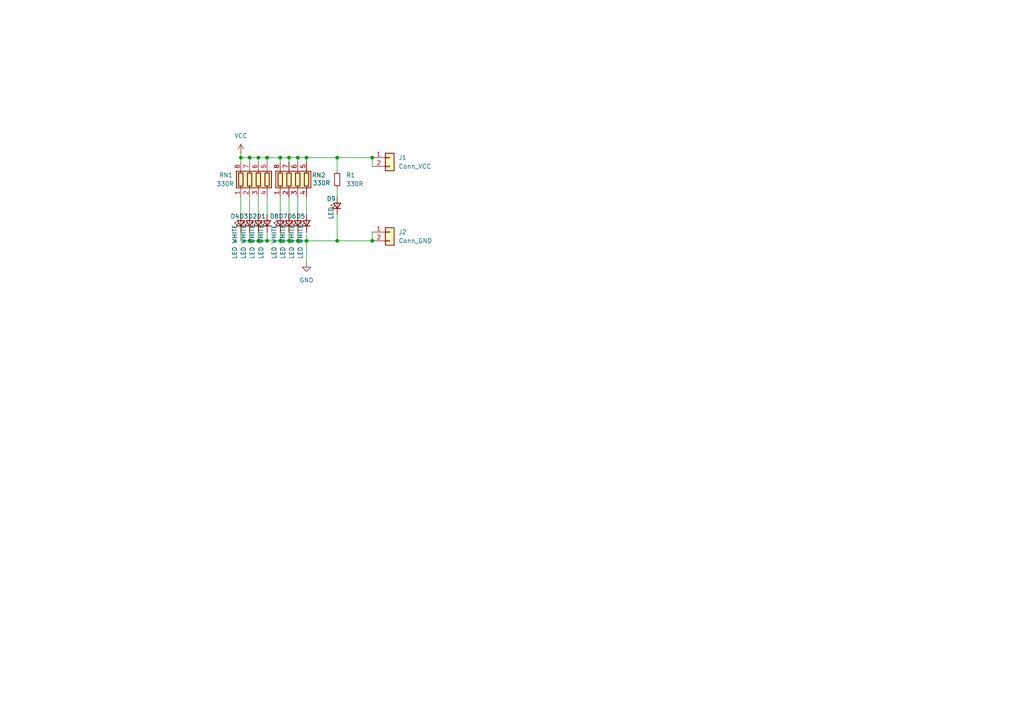
<source format=kicad_sch>
(kicad_sch
	(version 20231120)
	(generator "eeschema")
	(generator_version "8.0")
	(uuid "96c38ae5-1248-450e-9103-0e6bccb6bb87")
	(paper "A4")
	(lib_symbols
		(symbol "Connector_Generic:Conn_01x02"
			(pin_names
				(offset 1.016) hide)
			(exclude_from_sim no)
			(in_bom yes)
			(on_board yes)
			(property "Reference" "J"
				(at 0 2.54 0)
				(effects
					(font
						(size 1.27 1.27)
					)
				)
			)
			(property "Value" "Conn_01x02"
				(at 0 -5.08 0)
				(effects
					(font
						(size 1.27 1.27)
					)
				)
			)
			(property "Footprint" ""
				(at 0 0 0)
				(effects
					(font
						(size 1.27 1.27)
					)
					(hide yes)
				)
			)
			(property "Datasheet" "~"
				(at 0 0 0)
				(effects
					(font
						(size 1.27 1.27)
					)
					(hide yes)
				)
			)
			(property "Description" "Generic connector, single row, 01x02, script generated (kicad-library-utils/schlib/autogen/connector/)"
				(at 0 0 0)
				(effects
					(font
						(size 1.27 1.27)
					)
					(hide yes)
				)
			)
			(property "ki_keywords" "connector"
				(at 0 0 0)
				(effects
					(font
						(size 1.27 1.27)
					)
					(hide yes)
				)
			)
			(property "ki_fp_filters" "Connector*:*_1x??_*"
				(at 0 0 0)
				(effects
					(font
						(size 1.27 1.27)
					)
					(hide yes)
				)
			)
			(symbol "Conn_01x02_1_1"
				(rectangle
					(start -1.27 -2.413)
					(end 0 -2.667)
					(stroke
						(width 0.1524)
						(type default)
					)
					(fill
						(type none)
					)
				)
				(rectangle
					(start -1.27 0.127)
					(end 0 -0.127)
					(stroke
						(width 0.1524)
						(type default)
					)
					(fill
						(type none)
					)
				)
				(rectangle
					(start -1.27 1.27)
					(end 1.27 -3.81)
					(stroke
						(width 0.254)
						(type default)
					)
					(fill
						(type background)
					)
				)
				(pin passive line
					(at -5.08 0 0)
					(length 3.81)
					(name "Pin_1"
						(effects
							(font
								(size 1.27 1.27)
							)
						)
					)
					(number "1"
						(effects
							(font
								(size 1.27 1.27)
							)
						)
					)
				)
				(pin passive line
					(at -5.08 -2.54 0)
					(length 3.81)
					(name "Pin_2"
						(effects
							(font
								(size 1.27 1.27)
							)
						)
					)
					(number "2"
						(effects
							(font
								(size 1.27 1.27)
							)
						)
					)
				)
			)
		)
		(symbol "Device:LED_Small"
			(pin_numbers hide)
			(pin_names
				(offset 0.254) hide)
			(exclude_from_sim no)
			(in_bom yes)
			(on_board yes)
			(property "Reference" "D"
				(at -1.27 3.175 0)
				(effects
					(font
						(size 1.27 1.27)
					)
					(justify left)
				)
			)
			(property "Value" "LED_Small"
				(at -4.445 -2.54 0)
				(effects
					(font
						(size 1.27 1.27)
					)
					(justify left)
				)
			)
			(property "Footprint" ""
				(at 0 0 90)
				(effects
					(font
						(size 1.27 1.27)
					)
					(hide yes)
				)
			)
			(property "Datasheet" "~"
				(at 0 0 90)
				(effects
					(font
						(size 1.27 1.27)
					)
					(hide yes)
				)
			)
			(property "Description" "Light emitting diode, small symbol"
				(at 0 0 0)
				(effects
					(font
						(size 1.27 1.27)
					)
					(hide yes)
				)
			)
			(property "ki_keywords" "LED diode light-emitting-diode"
				(at 0 0 0)
				(effects
					(font
						(size 1.27 1.27)
					)
					(hide yes)
				)
			)
			(property "ki_fp_filters" "LED* LED_SMD:* LED_THT:*"
				(at 0 0 0)
				(effects
					(font
						(size 1.27 1.27)
					)
					(hide yes)
				)
			)
			(symbol "LED_Small_0_1"
				(polyline
					(pts
						(xy -0.762 -1.016) (xy -0.762 1.016)
					)
					(stroke
						(width 0.254)
						(type default)
					)
					(fill
						(type none)
					)
				)
				(polyline
					(pts
						(xy 1.016 0) (xy -0.762 0)
					)
					(stroke
						(width 0)
						(type default)
					)
					(fill
						(type none)
					)
				)
				(polyline
					(pts
						(xy 0.762 -1.016) (xy -0.762 0) (xy 0.762 1.016) (xy 0.762 -1.016)
					)
					(stroke
						(width 0.254)
						(type default)
					)
					(fill
						(type none)
					)
				)
				(polyline
					(pts
						(xy 0 0.762) (xy -0.508 1.27) (xy -0.254 1.27) (xy -0.508 1.27) (xy -0.508 1.016)
					)
					(stroke
						(width 0)
						(type default)
					)
					(fill
						(type none)
					)
				)
				(polyline
					(pts
						(xy 0.508 1.27) (xy 0 1.778) (xy 0.254 1.778) (xy 0 1.778) (xy 0 1.524)
					)
					(stroke
						(width 0)
						(type default)
					)
					(fill
						(type none)
					)
				)
			)
			(symbol "LED_Small_1_1"
				(pin passive line
					(at -2.54 0 0)
					(length 1.778)
					(name "K"
						(effects
							(font
								(size 1.27 1.27)
							)
						)
					)
					(number "1"
						(effects
							(font
								(size 1.27 1.27)
							)
						)
					)
				)
				(pin passive line
					(at 2.54 0 180)
					(length 1.778)
					(name "A"
						(effects
							(font
								(size 1.27 1.27)
							)
						)
					)
					(number "2"
						(effects
							(font
								(size 1.27 1.27)
							)
						)
					)
				)
			)
		)
		(symbol "Device:R_Pack04"
			(pin_names
				(offset 0) hide)
			(exclude_from_sim no)
			(in_bom yes)
			(on_board yes)
			(property "Reference" "RN"
				(at -7.62 0 90)
				(effects
					(font
						(size 1.27 1.27)
					)
				)
			)
			(property "Value" "R_Pack04"
				(at 5.08 0 90)
				(effects
					(font
						(size 1.27 1.27)
					)
				)
			)
			(property "Footprint" ""
				(at 6.985 0 90)
				(effects
					(font
						(size 1.27 1.27)
					)
					(hide yes)
				)
			)
			(property "Datasheet" "~"
				(at 0 0 0)
				(effects
					(font
						(size 1.27 1.27)
					)
					(hide yes)
				)
			)
			(property "Description" "4 resistor network, parallel topology"
				(at 0 0 0)
				(effects
					(font
						(size 1.27 1.27)
					)
					(hide yes)
				)
			)
			(property "ki_keywords" "R network parallel topology isolated"
				(at 0 0 0)
				(effects
					(font
						(size 1.27 1.27)
					)
					(hide yes)
				)
			)
			(property "ki_fp_filters" "DIP* SOIC* R*Array*Concave* R*Array*Convex* MSOP*"
				(at 0 0 0)
				(effects
					(font
						(size 1.27 1.27)
					)
					(hide yes)
				)
			)
			(symbol "R_Pack04_0_1"
				(rectangle
					(start -6.35 -2.413)
					(end 3.81 2.413)
					(stroke
						(width 0.254)
						(type default)
					)
					(fill
						(type background)
					)
				)
				(rectangle
					(start -5.715 1.905)
					(end -4.445 -1.905)
					(stroke
						(width 0.254)
						(type default)
					)
					(fill
						(type none)
					)
				)
				(rectangle
					(start -3.175 1.905)
					(end -1.905 -1.905)
					(stroke
						(width 0.254)
						(type default)
					)
					(fill
						(type none)
					)
				)
				(rectangle
					(start -0.635 1.905)
					(end 0.635 -1.905)
					(stroke
						(width 0.254)
						(type default)
					)
					(fill
						(type none)
					)
				)
				(polyline
					(pts
						(xy -5.08 -2.54) (xy -5.08 -1.905)
					)
					(stroke
						(width 0)
						(type default)
					)
					(fill
						(type none)
					)
				)
				(polyline
					(pts
						(xy -5.08 1.905) (xy -5.08 2.54)
					)
					(stroke
						(width 0)
						(type default)
					)
					(fill
						(type none)
					)
				)
				(polyline
					(pts
						(xy -2.54 -2.54) (xy -2.54 -1.905)
					)
					(stroke
						(width 0)
						(type default)
					)
					(fill
						(type none)
					)
				)
				(polyline
					(pts
						(xy -2.54 1.905) (xy -2.54 2.54)
					)
					(stroke
						(width 0)
						(type default)
					)
					(fill
						(type none)
					)
				)
				(polyline
					(pts
						(xy 0 -2.54) (xy 0 -1.905)
					)
					(stroke
						(width 0)
						(type default)
					)
					(fill
						(type none)
					)
				)
				(polyline
					(pts
						(xy 0 1.905) (xy 0 2.54)
					)
					(stroke
						(width 0)
						(type default)
					)
					(fill
						(type none)
					)
				)
				(polyline
					(pts
						(xy 2.54 -2.54) (xy 2.54 -1.905)
					)
					(stroke
						(width 0)
						(type default)
					)
					(fill
						(type none)
					)
				)
				(polyline
					(pts
						(xy 2.54 1.905) (xy 2.54 2.54)
					)
					(stroke
						(width 0)
						(type default)
					)
					(fill
						(type none)
					)
				)
				(rectangle
					(start 1.905 1.905)
					(end 3.175 -1.905)
					(stroke
						(width 0.254)
						(type default)
					)
					(fill
						(type none)
					)
				)
			)
			(symbol "R_Pack04_1_1"
				(pin passive line
					(at -5.08 -5.08 90)
					(length 2.54)
					(name "R1.1"
						(effects
							(font
								(size 1.27 1.27)
							)
						)
					)
					(number "1"
						(effects
							(font
								(size 1.27 1.27)
							)
						)
					)
				)
				(pin passive line
					(at -2.54 -5.08 90)
					(length 2.54)
					(name "R2.1"
						(effects
							(font
								(size 1.27 1.27)
							)
						)
					)
					(number "2"
						(effects
							(font
								(size 1.27 1.27)
							)
						)
					)
				)
				(pin passive line
					(at 0 -5.08 90)
					(length 2.54)
					(name "R3.1"
						(effects
							(font
								(size 1.27 1.27)
							)
						)
					)
					(number "3"
						(effects
							(font
								(size 1.27 1.27)
							)
						)
					)
				)
				(pin passive line
					(at 2.54 -5.08 90)
					(length 2.54)
					(name "R4.1"
						(effects
							(font
								(size 1.27 1.27)
							)
						)
					)
					(number "4"
						(effects
							(font
								(size 1.27 1.27)
							)
						)
					)
				)
				(pin passive line
					(at 2.54 5.08 270)
					(length 2.54)
					(name "R4.2"
						(effects
							(font
								(size 1.27 1.27)
							)
						)
					)
					(number "5"
						(effects
							(font
								(size 1.27 1.27)
							)
						)
					)
				)
				(pin passive line
					(at 0 5.08 270)
					(length 2.54)
					(name "R3.2"
						(effects
							(font
								(size 1.27 1.27)
							)
						)
					)
					(number "6"
						(effects
							(font
								(size 1.27 1.27)
							)
						)
					)
				)
				(pin passive line
					(at -2.54 5.08 270)
					(length 2.54)
					(name "R2.2"
						(effects
							(font
								(size 1.27 1.27)
							)
						)
					)
					(number "7"
						(effects
							(font
								(size 1.27 1.27)
							)
						)
					)
				)
				(pin passive line
					(at -5.08 5.08 270)
					(length 2.54)
					(name "R1.2"
						(effects
							(font
								(size 1.27 1.27)
							)
						)
					)
					(number "8"
						(effects
							(font
								(size 1.27 1.27)
							)
						)
					)
				)
			)
		)
		(symbol "Device:R_Small"
			(pin_numbers hide)
			(pin_names
				(offset 0.254) hide)
			(exclude_from_sim no)
			(in_bom yes)
			(on_board yes)
			(property "Reference" "R"
				(at 0.762 0.508 0)
				(effects
					(font
						(size 1.27 1.27)
					)
					(justify left)
				)
			)
			(property "Value" "R_Small"
				(at 0.762 -1.016 0)
				(effects
					(font
						(size 1.27 1.27)
					)
					(justify left)
				)
			)
			(property "Footprint" ""
				(at 0 0 0)
				(effects
					(font
						(size 1.27 1.27)
					)
					(hide yes)
				)
			)
			(property "Datasheet" "~"
				(at 0 0 0)
				(effects
					(font
						(size 1.27 1.27)
					)
					(hide yes)
				)
			)
			(property "Description" "Resistor, small symbol"
				(at 0 0 0)
				(effects
					(font
						(size 1.27 1.27)
					)
					(hide yes)
				)
			)
			(property "ki_keywords" "R resistor"
				(at 0 0 0)
				(effects
					(font
						(size 1.27 1.27)
					)
					(hide yes)
				)
			)
			(property "ki_fp_filters" "R_*"
				(at 0 0 0)
				(effects
					(font
						(size 1.27 1.27)
					)
					(hide yes)
				)
			)
			(symbol "R_Small_0_1"
				(rectangle
					(start -0.762 1.778)
					(end 0.762 -1.778)
					(stroke
						(width 0.2032)
						(type default)
					)
					(fill
						(type none)
					)
				)
			)
			(symbol "R_Small_1_1"
				(pin passive line
					(at 0 2.54 270)
					(length 0.762)
					(name "~"
						(effects
							(font
								(size 1.27 1.27)
							)
						)
					)
					(number "1"
						(effects
							(font
								(size 1.27 1.27)
							)
						)
					)
				)
				(pin passive line
					(at 0 -2.54 90)
					(length 0.762)
					(name "~"
						(effects
							(font
								(size 1.27 1.27)
							)
						)
					)
					(number "2"
						(effects
							(font
								(size 1.27 1.27)
							)
						)
					)
				)
			)
		)
		(symbol "power:GND"
			(power)
			(pin_numbers hide)
			(pin_names
				(offset 0) hide)
			(exclude_from_sim no)
			(in_bom yes)
			(on_board yes)
			(property "Reference" "#PWR"
				(at 0 -6.35 0)
				(effects
					(font
						(size 1.27 1.27)
					)
					(hide yes)
				)
			)
			(property "Value" "GND"
				(at 0 -3.81 0)
				(effects
					(font
						(size 1.27 1.27)
					)
				)
			)
			(property "Footprint" ""
				(at 0 0 0)
				(effects
					(font
						(size 1.27 1.27)
					)
					(hide yes)
				)
			)
			(property "Datasheet" ""
				(at 0 0 0)
				(effects
					(font
						(size 1.27 1.27)
					)
					(hide yes)
				)
			)
			(property "Description" "Power symbol creates a global label with name \"GND\" , ground"
				(at 0 0 0)
				(effects
					(font
						(size 1.27 1.27)
					)
					(hide yes)
				)
			)
			(property "ki_keywords" "global power"
				(at 0 0 0)
				(effects
					(font
						(size 1.27 1.27)
					)
					(hide yes)
				)
			)
			(symbol "GND_0_1"
				(polyline
					(pts
						(xy 0 0) (xy 0 -1.27) (xy 1.27 -1.27) (xy 0 -2.54) (xy -1.27 -1.27) (xy 0 -1.27)
					)
					(stroke
						(width 0)
						(type default)
					)
					(fill
						(type none)
					)
				)
			)
			(symbol "GND_1_1"
				(pin power_in line
					(at 0 0 270)
					(length 0)
					(name "~"
						(effects
							(font
								(size 1.27 1.27)
							)
						)
					)
					(number "1"
						(effects
							(font
								(size 1.27 1.27)
							)
						)
					)
				)
			)
		)
		(symbol "power:VCC"
			(power)
			(pin_numbers hide)
			(pin_names
				(offset 0) hide)
			(exclude_from_sim no)
			(in_bom yes)
			(on_board yes)
			(property "Reference" "#PWR"
				(at 0 -3.81 0)
				(effects
					(font
						(size 1.27 1.27)
					)
					(hide yes)
				)
			)
			(property "Value" "VCC"
				(at 0 3.556 0)
				(effects
					(font
						(size 1.27 1.27)
					)
				)
			)
			(property "Footprint" ""
				(at 0 0 0)
				(effects
					(font
						(size 1.27 1.27)
					)
					(hide yes)
				)
			)
			(property "Datasheet" ""
				(at 0 0 0)
				(effects
					(font
						(size 1.27 1.27)
					)
					(hide yes)
				)
			)
			(property "Description" "Power symbol creates a global label with name \"VCC\""
				(at 0 0 0)
				(effects
					(font
						(size 1.27 1.27)
					)
					(hide yes)
				)
			)
			(property "ki_keywords" "global power"
				(at 0 0 0)
				(effects
					(font
						(size 1.27 1.27)
					)
					(hide yes)
				)
			)
			(symbol "VCC_0_1"
				(polyline
					(pts
						(xy -0.762 1.27) (xy 0 2.54)
					)
					(stroke
						(width 0)
						(type default)
					)
					(fill
						(type none)
					)
				)
				(polyline
					(pts
						(xy 0 0) (xy 0 2.54)
					)
					(stroke
						(width 0)
						(type default)
					)
					(fill
						(type none)
					)
				)
				(polyline
					(pts
						(xy 0 2.54) (xy 0.762 1.27)
					)
					(stroke
						(width 0)
						(type default)
					)
					(fill
						(type none)
					)
				)
			)
			(symbol "VCC_1_1"
				(pin power_in line
					(at 0 0 90)
					(length 0)
					(name "~"
						(effects
							(font
								(size 1.27 1.27)
							)
						)
					)
					(number "1"
						(effects
							(font
								(size 1.27 1.27)
							)
						)
					)
				)
			)
		)
	)
	(junction
		(at 107.95 69.85)
		(diameter 0)
		(color 0 0 0 0)
		(uuid "0e8f9860-da79-423e-a4c9-6eaaeff607cb")
	)
	(junction
		(at 72.39 45.72)
		(diameter 0)
		(color 0 0 0 0)
		(uuid "1a77deac-5379-4897-948b-084d54167218")
	)
	(junction
		(at 83.82 69.85)
		(diameter 0)
		(color 0 0 0 0)
		(uuid "1d64dd3d-5679-4402-afcd-bdc7706dc575")
	)
	(junction
		(at 88.9 69.85)
		(diameter 0)
		(color 0 0 0 0)
		(uuid "34be2df8-fad7-49c1-b4f8-9d6228e4a821")
	)
	(junction
		(at 97.79 45.72)
		(diameter 0)
		(color 0 0 0 0)
		(uuid "3c3ddd6a-a738-45d5-b49b-965f258faa13")
	)
	(junction
		(at 81.28 45.72)
		(diameter 0)
		(color 0 0 0 0)
		(uuid "5f9b8248-8ac3-4f08-8c8f-090f64fea5e0")
	)
	(junction
		(at 97.79 69.85)
		(diameter 0)
		(color 0 0 0 0)
		(uuid "759c5c01-f29c-4840-a267-a5f35d94a7a2")
	)
	(junction
		(at 81.28 69.85)
		(diameter 0)
		(color 0 0 0 0)
		(uuid "89c90162-f291-4d1a-9b28-2cfb9d5077e8")
	)
	(junction
		(at 72.39 69.85)
		(diameter 0)
		(color 0 0 0 0)
		(uuid "8b4c7d5d-5a83-450e-83b9-005c5a949c50")
	)
	(junction
		(at 69.85 45.72)
		(diameter 0)
		(color 0 0 0 0)
		(uuid "9c3df8a0-8993-4a92-bd6d-a3d034623098")
	)
	(junction
		(at 107.95 45.72)
		(diameter 0)
		(color 0 0 0 0)
		(uuid "9cae6a95-3346-44ce-8900-46b18493b4a3")
	)
	(junction
		(at 74.93 69.85)
		(diameter 0)
		(color 0 0 0 0)
		(uuid "b0a799c0-a272-4901-933f-b6484449d557")
	)
	(junction
		(at 88.9 45.72)
		(diameter 0)
		(color 0 0 0 0)
		(uuid "b37abab2-b754-4aa5-aa46-19ffe2ff81b9")
	)
	(junction
		(at 77.47 69.85)
		(diameter 0)
		(color 0 0 0 0)
		(uuid "c5ef93f7-6417-495b-baea-0f4d1cfcc688")
	)
	(junction
		(at 86.36 45.72)
		(diameter 0)
		(color 0 0 0 0)
		(uuid "d6623229-98ff-4876-bb7a-05973b744e31")
	)
	(junction
		(at 83.82 45.72)
		(diameter 0)
		(color 0 0 0 0)
		(uuid "da48278e-ab1c-483d-8e13-4f3b1e45d1a9")
	)
	(junction
		(at 86.36 69.85)
		(diameter 0)
		(color 0 0 0 0)
		(uuid "dc5daf74-97ce-4109-a55d-d789577673c2")
	)
	(junction
		(at 77.47 45.72)
		(diameter 0)
		(color 0 0 0 0)
		(uuid "eb1d821a-13b4-4400-a040-edee6989e06a")
	)
	(junction
		(at 74.93 45.72)
		(diameter 0)
		(color 0 0 0 0)
		(uuid "fdc059e4-b761-4aae-a8fa-c004a4b750ac")
	)
	(wire
		(pts
			(xy 81.28 57.15) (xy 81.28 62.23)
		)
		(stroke
			(width 0)
			(type default)
		)
		(uuid "06026ad2-6673-4eca-9e3d-75cfe51af9d8")
	)
	(wire
		(pts
			(xy 81.28 69.85) (xy 83.82 69.85)
		)
		(stroke
			(width 0)
			(type default)
		)
		(uuid "11f71f15-e31e-4070-b4d1-29368745d85a")
	)
	(wire
		(pts
			(xy 83.82 67.31) (xy 83.82 69.85)
		)
		(stroke
			(width 0)
			(type default)
		)
		(uuid "14fc12ec-d4ac-4d2a-9503-6b399a1b834f")
	)
	(wire
		(pts
			(xy 74.93 69.85) (xy 77.47 69.85)
		)
		(stroke
			(width 0)
			(type default)
		)
		(uuid "1611cd8d-12a5-4d6c-b692-56318ed6cd3c")
	)
	(wire
		(pts
			(xy 69.85 45.72) (xy 69.85 46.99)
		)
		(stroke
			(width 0)
			(type default)
		)
		(uuid "1b8d19d2-c875-4e52-873c-e4f452638c46")
	)
	(wire
		(pts
			(xy 86.36 57.15) (xy 86.36 62.23)
		)
		(stroke
			(width 0)
			(type default)
		)
		(uuid "1ba58956-6898-4d50-8ed8-0ebfa5d3d872")
	)
	(wire
		(pts
			(xy 77.47 57.15) (xy 77.47 62.23)
		)
		(stroke
			(width 0)
			(type default)
		)
		(uuid "1f92af89-b79c-485b-8ebe-c012faeda93a")
	)
	(wire
		(pts
			(xy 86.36 67.31) (xy 86.36 69.85)
		)
		(stroke
			(width 0)
			(type default)
		)
		(uuid "290d3ae9-e2d8-4427-bfcf-2f33093abf23")
	)
	(wire
		(pts
			(xy 107.95 45.72) (xy 107.95 48.26)
		)
		(stroke
			(width 0)
			(type default)
		)
		(uuid "2c0f2166-4074-4bc6-9a23-05dc333d363e")
	)
	(wire
		(pts
			(xy 88.9 46.99) (xy 88.9 45.72)
		)
		(stroke
			(width 0)
			(type default)
		)
		(uuid "2f505ab8-3892-4c46-98d6-44d1e3b77af5")
	)
	(wire
		(pts
			(xy 88.9 69.85) (xy 97.79 69.85)
		)
		(stroke
			(width 0)
			(type default)
		)
		(uuid "3058ef54-e28c-4498-ac44-76f152eb3489")
	)
	(wire
		(pts
			(xy 72.39 45.72) (xy 69.85 45.72)
		)
		(stroke
			(width 0)
			(type default)
		)
		(uuid "3300259a-3409-4f4e-85e2-7f97d2ee7de1")
	)
	(wire
		(pts
			(xy 97.79 45.72) (xy 107.95 45.72)
		)
		(stroke
			(width 0)
			(type default)
		)
		(uuid "337d055b-c592-4711-b1e0-fc0b4d361ca8")
	)
	(wire
		(pts
			(xy 97.79 69.85) (xy 107.95 69.85)
		)
		(stroke
			(width 0)
			(type default)
		)
		(uuid "34a19a92-8181-4183-aea9-f6a671a96c66")
	)
	(wire
		(pts
			(xy 97.79 45.72) (xy 97.79 49.53)
		)
		(stroke
			(width 0)
			(type default)
		)
		(uuid "3bb5018b-0791-47ed-841e-60d4ec397e70")
	)
	(wire
		(pts
			(xy 77.47 46.99) (xy 77.47 45.72)
		)
		(stroke
			(width 0)
			(type default)
		)
		(uuid "3cd114bd-e452-4e5a-9689-66a30abd3094")
	)
	(wire
		(pts
			(xy 77.47 45.72) (xy 74.93 45.72)
		)
		(stroke
			(width 0)
			(type default)
		)
		(uuid "3f951e3f-5fc2-46c2-8cde-af5d208fe2bb")
	)
	(wire
		(pts
			(xy 72.39 67.31) (xy 72.39 69.85)
		)
		(stroke
			(width 0)
			(type default)
		)
		(uuid "4abdbc2f-0cdf-4ac4-a36f-de2c7299eb34")
	)
	(wire
		(pts
			(xy 88.9 69.85) (xy 88.9 76.2)
		)
		(stroke
			(width 0)
			(type default)
		)
		(uuid "502386c1-3af3-407b-83d8-ab8c2168f023")
	)
	(wire
		(pts
			(xy 88.9 67.31) (xy 88.9 69.85)
		)
		(stroke
			(width 0)
			(type default)
		)
		(uuid "5411079a-e283-407e-a544-7c0b28d855ac")
	)
	(wire
		(pts
			(xy 77.47 67.31) (xy 77.47 69.85)
		)
		(stroke
			(width 0)
			(type default)
		)
		(uuid "581c1711-513f-40d5-95f2-1a0942456ea8")
	)
	(wire
		(pts
			(xy 69.85 69.85) (xy 72.39 69.85)
		)
		(stroke
			(width 0)
			(type default)
		)
		(uuid "6232440b-b00e-42d2-80fd-6df6b31e977d")
	)
	(wire
		(pts
			(xy 107.95 67.31) (xy 107.95 69.85)
		)
		(stroke
			(width 0)
			(type default)
		)
		(uuid "640f5fa6-6166-478a-bb6c-aa3148877b19")
	)
	(wire
		(pts
			(xy 86.36 69.85) (xy 88.9 69.85)
		)
		(stroke
			(width 0)
			(type default)
		)
		(uuid "644356a2-55fc-4b81-9442-9a3eeb890696")
	)
	(wire
		(pts
			(xy 72.39 69.85) (xy 74.93 69.85)
		)
		(stroke
			(width 0)
			(type default)
		)
		(uuid "64bc142e-d48f-4910-8065-8f60f912776b")
	)
	(wire
		(pts
			(xy 88.9 45.72) (xy 97.79 45.72)
		)
		(stroke
			(width 0)
			(type default)
		)
		(uuid "6d0d1307-68ae-4863-a23e-e4d9bdf9ecb0")
	)
	(wire
		(pts
			(xy 72.39 57.15) (xy 72.39 62.23)
		)
		(stroke
			(width 0)
			(type default)
		)
		(uuid "6f22b546-fda0-425c-8786-1038425cd97d")
	)
	(wire
		(pts
			(xy 83.82 69.85) (xy 86.36 69.85)
		)
		(stroke
			(width 0)
			(type default)
		)
		(uuid "84921916-d5cd-41ef-9ae3-a4f20f042f17")
	)
	(wire
		(pts
			(xy 83.82 57.15) (xy 83.82 62.23)
		)
		(stroke
			(width 0)
			(type default)
		)
		(uuid "85f6b43f-3258-4bfb-b20c-65c56503637d")
	)
	(wire
		(pts
			(xy 69.85 67.31) (xy 69.85 69.85)
		)
		(stroke
			(width 0)
			(type default)
		)
		(uuid "8e2700c7-5ca8-45aa-891b-b883c5c488d4")
	)
	(wire
		(pts
			(xy 74.93 67.31) (xy 74.93 69.85)
		)
		(stroke
			(width 0)
			(type default)
		)
		(uuid "92c973fc-b683-495e-ba58-1d3bb4496dc8")
	)
	(wire
		(pts
			(xy 81.28 67.31) (xy 81.28 69.85)
		)
		(stroke
			(width 0)
			(type default)
		)
		(uuid "937b6f52-c44b-4678-8969-d56fe1bfc820")
	)
	(wire
		(pts
			(xy 83.82 45.72) (xy 83.82 46.99)
		)
		(stroke
			(width 0)
			(type default)
		)
		(uuid "a7bbc2fd-8a68-4254-8264-fc451ff559a8")
	)
	(wire
		(pts
			(xy 97.79 54.61) (xy 97.79 57.15)
		)
		(stroke
			(width 0)
			(type default)
		)
		(uuid "b2ea1bda-68e3-46f3-ace4-dabe1550595f")
	)
	(wire
		(pts
			(xy 97.79 62.23) (xy 97.79 69.85)
		)
		(stroke
			(width 0)
			(type default)
		)
		(uuid "b4d9e80b-7b3e-4374-81b6-a2c785eecdf2")
	)
	(wire
		(pts
			(xy 69.85 57.15) (xy 69.85 62.23)
		)
		(stroke
			(width 0)
			(type default)
		)
		(uuid "b6467a9b-5c1d-4932-956f-79a15ba5e287")
	)
	(wire
		(pts
			(xy 81.28 45.72) (xy 81.28 46.99)
		)
		(stroke
			(width 0)
			(type default)
		)
		(uuid "bdfdfd39-d0bd-4c64-b1b6-86bae4ba98e8")
	)
	(wire
		(pts
			(xy 86.36 45.72) (xy 86.36 46.99)
		)
		(stroke
			(width 0)
			(type default)
		)
		(uuid "beee788b-f660-44ec-95b9-653935099677")
	)
	(wire
		(pts
			(xy 77.47 45.72) (xy 81.28 45.72)
		)
		(stroke
			(width 0)
			(type default)
		)
		(uuid "c113cac2-b6e4-4c73-a534-a6d9b887c6dd")
	)
	(wire
		(pts
			(xy 83.82 45.72) (xy 81.28 45.72)
		)
		(stroke
			(width 0)
			(type default)
		)
		(uuid "c229958b-6b8e-4e14-9c2a-7a2caab3c269")
	)
	(wire
		(pts
			(xy 88.9 57.15) (xy 88.9 62.23)
		)
		(stroke
			(width 0)
			(type default)
		)
		(uuid "c5819625-c4a8-44b0-ae47-11c4d2f71397")
	)
	(wire
		(pts
			(xy 72.39 45.72) (xy 72.39 46.99)
		)
		(stroke
			(width 0)
			(type default)
		)
		(uuid "cd5b70d7-7765-4f26-bb85-ecb078eaf89d")
	)
	(wire
		(pts
			(xy 77.47 69.85) (xy 81.28 69.85)
		)
		(stroke
			(width 0)
			(type default)
		)
		(uuid "d40f694f-b7de-47ae-bbff-27ce167d3fec")
	)
	(wire
		(pts
			(xy 69.85 44.45) (xy 69.85 45.72)
		)
		(stroke
			(width 0)
			(type default)
		)
		(uuid "e0fdd577-f9a3-43bc-acc9-c4811006844a")
	)
	(wire
		(pts
			(xy 74.93 45.72) (xy 72.39 45.72)
		)
		(stroke
			(width 0)
			(type default)
		)
		(uuid "e34f2a25-2c32-4aaf-bb49-9275bee49d6a")
	)
	(wire
		(pts
			(xy 88.9 45.72) (xy 86.36 45.72)
		)
		(stroke
			(width 0)
			(type default)
		)
		(uuid "e4e5744f-65cb-4e7e-ac04-c96386657867")
	)
	(wire
		(pts
			(xy 74.93 57.15) (xy 74.93 62.23)
		)
		(stroke
			(width 0)
			(type default)
		)
		(uuid "eb823bab-865d-4335-a123-ddfc68032b1f")
	)
	(wire
		(pts
			(xy 86.36 45.72) (xy 83.82 45.72)
		)
		(stroke
			(width 0)
			(type default)
		)
		(uuid "f3aa068e-ea9b-4b7c-ad2c-ebe49fae87a5")
	)
	(wire
		(pts
			(xy 74.93 45.72) (xy 74.93 46.99)
		)
		(stroke
			(width 0)
			(type default)
		)
		(uuid "fb93cd6a-ff54-43bb-bcd5-c834a192615b")
	)
	(symbol
		(lib_id "Connector_Generic:Conn_01x02")
		(at 113.03 67.31 0)
		(unit 1)
		(exclude_from_sim no)
		(in_bom yes)
		(on_board yes)
		(dnp no)
		(fields_autoplaced yes)
		(uuid "28d96c1d-f011-4481-ba65-63d92d6fc00d")
		(property "Reference" "J3"
			(at 115.57 67.3099 0)
			(effects
				(font
					(size 1.27 1.27)
				)
				(justify left)
			)
		)
		(property "Value" "Conn_GND"
			(at 115.57 69.8499 0)
			(effects
				(font
					(size 1.27 1.27)
				)
				(justify left)
			)
		)
		(property "Footprint" "ptrLibrary:2pin"
			(at 113.03 67.31 0)
			(effects
				(font
					(size 1.27 1.27)
				)
				(hide yes)
			)
		)
		(property "Datasheet" "~"
			(at 113.03 67.31 0)
			(effects
				(font
					(size 1.27 1.27)
				)
				(hide yes)
			)
		)
		(property "Description" "Generic connector, single row, 01x02, script generated (kicad-library-utils/schlib/autogen/connector/)"
			(at 113.03 67.31 0)
			(effects
				(font
					(size 1.27 1.27)
				)
				(hide yes)
			)
		)
		(pin "2"
			(uuid "b32ff911-71ca-4b19-83ef-b6c80556978d")
		)
		(pin "1"
			(uuid "5eee1bf0-bb7d-4916-98c1-31ec0ad7b5cc")
		)
		(instances
			(project "ptr"
				(path "/89b3d8dd-353f-4bc6-b694-a8df94e83b6b/630c95c0-eb07-4cb7-8c18-d06132032cc8"
					(reference "J3")
					(unit 1)
				)
			)
			(project "LEDshield"
				(path "/96c38ae5-1248-450e-9103-0e6bccb6bb87"
					(reference "J2")
					(unit 1)
				)
			)
		)
	)
	(symbol
		(lib_id "Device:LED_Small")
		(at 69.85 64.77 90)
		(unit 1)
		(exclude_from_sim no)
		(in_bom yes)
		(on_board yes)
		(dnp no)
		(uuid "3ab1709c-5450-49e2-8303-30ac230c258b")
		(property "Reference" "D4"
			(at 66.802 62.738 90)
			(effects
				(font
					(size 1.27 1.27)
				)
				(justify right)
			)
		)
		(property "Value" "LED WHITE"
			(at 68.072 65.024 0)
			(effects
				(font
					(size 1.27 1.27)
				)
				(justify right)
			)
		)
		(property "Footprint" "LED_SMD:LED_0603_1608Metric"
			(at 69.85 64.77 90)
			(effects
				(font
					(size 1.27 1.27)
				)
				(hide yes)
			)
		)
		(property "Datasheet" "~"
			(at 69.85 64.77 90)
			(effects
				(font
					(size 1.27 1.27)
				)
				(hide yes)
			)
		)
		(property "Description" "Light emitting diode, small symbol"
			(at 69.85 64.77 0)
			(effects
				(font
					(size 1.27 1.27)
				)
				(hide yes)
			)
		)
		(pin "2"
			(uuid "f9c21921-c687-4ed3-a1be-d9437450a18d")
		)
		(pin "1"
			(uuid "c6c5e868-8ad9-4113-8c9c-f5b3240aa487")
		)
		(instances
			(project "LEDshield"
				(path "/96c38ae5-1248-450e-9103-0e6bccb6bb87"
					(reference "D4")
					(unit 1)
				)
			)
		)
	)
	(symbol
		(lib_id "Device:LED_Small")
		(at 86.36 64.77 90)
		(unit 1)
		(exclude_from_sim no)
		(in_bom yes)
		(on_board yes)
		(dnp no)
		(uuid "4a01c2f7-e0c9-45f5-b888-78996715b8d1")
		(property "Reference" "D6"
			(at 83.312 62.738 90)
			(effects
				(font
					(size 1.27 1.27)
				)
				(justify right)
			)
		)
		(property "Value" "LED WHITE"
			(at 84.582 65.024 0)
			(effects
				(font
					(size 1.27 1.27)
				)
				(justify right)
			)
		)
		(property "Footprint" "LED_SMD:LED_0603_1608Metric"
			(at 86.36 64.77 90)
			(effects
				(font
					(size 1.27 1.27)
				)
				(hide yes)
			)
		)
		(property "Datasheet" "~"
			(at 86.36 64.77 90)
			(effects
				(font
					(size 1.27 1.27)
				)
				(hide yes)
			)
		)
		(property "Description" "Light emitting diode, small symbol"
			(at 86.36 64.77 0)
			(effects
				(font
					(size 1.27 1.27)
				)
				(hide yes)
			)
		)
		(pin "2"
			(uuid "f5000ae3-b41b-42e3-bfe1-cbb3fd344577")
		)
		(pin "1"
			(uuid "71005521-360b-4850-be24-498e8fc0188e")
		)
		(instances
			(project "ptr"
				(path "/89b3d8dd-353f-4bc6-b694-a8df94e83b6b/630c95c0-eb07-4cb7-8c18-d06132032cc8"
					(reference "D6")
					(unit 1)
				)
			)
			(project "LEDshield"
				(path "/96c38ae5-1248-450e-9103-0e6bccb6bb87"
					(reference "D6")
					(unit 1)
				)
			)
		)
	)
	(symbol
		(lib_id "Device:R_Small")
		(at 97.79 52.07 0)
		(unit 1)
		(exclude_from_sim no)
		(in_bom yes)
		(on_board yes)
		(dnp no)
		(uuid "7a954a57-c476-4310-88a3-3ed3d43bb8f5")
		(property "Reference" "R9"
			(at 100.33 50.7999 0)
			(effects
				(font
					(size 1.27 1.27)
				)
				(justify left)
			)
		)
		(property "Value" "330R"
			(at 100.33 53.3399 0)
			(effects
				(font
					(size 1.27 1.27)
				)
				(justify left)
			)
		)
		(property "Footprint" "LED_SMD:LED_0603_1608Metric"
			(at 97.79 52.07 0)
			(effects
				(font
					(size 1.27 1.27)
				)
				(hide yes)
			)
		)
		(property "Datasheet" "~"
			(at 97.79 52.07 0)
			(effects
				(font
					(size 1.27 1.27)
				)
				(hide yes)
			)
		)
		(property "Description" "Resistor, small symbol"
			(at 97.79 52.07 0)
			(effects
				(font
					(size 1.27 1.27)
				)
				(hide yes)
			)
		)
		(pin "1"
			(uuid "38d6a962-43bf-4de3-9850-8daf732d5c5e")
		)
		(pin "2"
			(uuid "04a6c3cf-d04b-4003-b034-3837742bc19f")
		)
		(instances
			(project "ptr"
				(path "/89b3d8dd-353f-4bc6-b694-a8df94e83b6b/630c95c0-eb07-4cb7-8c18-d06132032cc8"
					(reference "R9")
					(unit 1)
				)
			)
			(project "LEDshield"
				(path "/96c38ae5-1248-450e-9103-0e6bccb6bb87"
					(reference "R1")
					(unit 1)
				)
			)
		)
	)
	(symbol
		(lib_id "Device:LED_Small")
		(at 77.47 64.77 90)
		(unit 1)
		(exclude_from_sim no)
		(in_bom yes)
		(on_board yes)
		(dnp no)
		(uuid "7b638f21-a2d6-4d24-856b-80fb19d05206")
		(property "Reference" "D1"
			(at 74.422 62.738 90)
			(effects
				(font
					(size 1.27 1.27)
				)
				(justify right)
			)
		)
		(property "Value" "LED WHITE"
			(at 75.692 65.024 0)
			(effects
				(font
					(size 1.27 1.27)
				)
				(justify right)
			)
		)
		(property "Footprint" "LED_SMD:LED_0603_1608Metric"
			(at 77.47 64.77 90)
			(effects
				(font
					(size 1.27 1.27)
				)
				(hide yes)
			)
		)
		(property "Datasheet" "~"
			(at 77.47 64.77 90)
			(effects
				(font
					(size 1.27 1.27)
				)
				(hide yes)
			)
		)
		(property "Description" "Light emitting diode, small symbol"
			(at 77.47 64.77 0)
			(effects
				(font
					(size 1.27 1.27)
				)
				(hide yes)
			)
		)
		(pin "2"
			(uuid "87869a45-f327-42bc-a948-e8e814ca8587")
		)
		(pin "1"
			(uuid "382fc6b9-151a-4319-9111-f3f10a079498")
		)
		(instances
			(project "LEDshield"
				(path "/96c38ae5-1248-450e-9103-0e6bccb6bb87"
					(reference "D1")
					(unit 1)
				)
			)
		)
	)
	(symbol
		(lib_id "Connector_Generic:Conn_01x02")
		(at 113.03 45.72 0)
		(unit 1)
		(exclude_from_sim no)
		(in_bom yes)
		(on_board yes)
		(dnp no)
		(fields_autoplaced yes)
		(uuid "8d89f768-f753-4b70-ad07-1b0c1fbb5150")
		(property "Reference" "J2"
			(at 115.57 45.7199 0)
			(effects
				(font
					(size 1.27 1.27)
				)
				(justify left)
			)
		)
		(property "Value" "Conn_VCC"
			(at 115.57 48.2599 0)
			(effects
				(font
					(size 1.27 1.27)
				)
				(justify left)
			)
		)
		(property "Footprint" "ptrLibrary:2pin"
			(at 113.03 45.72 0)
			(effects
				(font
					(size 1.27 1.27)
				)
				(hide yes)
			)
		)
		(property "Datasheet" "~"
			(at 113.03 45.72 0)
			(effects
				(font
					(size 1.27 1.27)
				)
				(hide yes)
			)
		)
		(property "Description" "Generic connector, single row, 01x02, script generated (kicad-library-utils/schlib/autogen/connector/)"
			(at 113.03 45.72 0)
			(effects
				(font
					(size 1.27 1.27)
				)
				(hide yes)
			)
		)
		(pin "2"
			(uuid "b73b170b-53df-431f-9dd4-fbd5c920fb39")
		)
		(pin "1"
			(uuid "f0151b85-aac7-4025-a4e3-e551d0af3a62")
		)
		(instances
			(project ""
				(path "/89b3d8dd-353f-4bc6-b694-a8df94e83b6b/630c95c0-eb07-4cb7-8c18-d06132032cc8"
					(reference "J2")
					(unit 1)
				)
			)
			(project "LEDshield"
				(path "/96c38ae5-1248-450e-9103-0e6bccb6bb87"
					(reference "J1")
					(unit 1)
				)
			)
		)
	)
	(symbol
		(lib_id "Device:LED_Small")
		(at 72.39 64.77 90)
		(unit 1)
		(exclude_from_sim no)
		(in_bom yes)
		(on_board yes)
		(dnp no)
		(uuid "8f038160-935c-413d-a6d8-32634e448b82")
		(property "Reference" "D3"
			(at 69.342 62.738 90)
			(effects
				(font
					(size 1.27 1.27)
				)
				(justify right)
			)
		)
		(property "Value" "LED WHITE"
			(at 70.612 65.024 0)
			(effects
				(font
					(size 1.27 1.27)
				)
				(justify right)
			)
		)
		(property "Footprint" "LED_SMD:LED_0603_1608Metric"
			(at 72.39 64.77 90)
			(effects
				(font
					(size 1.27 1.27)
				)
				(hide yes)
			)
		)
		(property "Datasheet" "~"
			(at 72.39 64.77 90)
			(effects
				(font
					(size 1.27 1.27)
				)
				(hide yes)
			)
		)
		(property "Description" "Light emitting diode, small symbol"
			(at 72.39 64.77 0)
			(effects
				(font
					(size 1.27 1.27)
				)
				(hide yes)
			)
		)
		(pin "2"
			(uuid "01a7b3ad-fa83-4876-b524-232e2ba8e324")
		)
		(pin "1"
			(uuid "1152bcc0-d9e4-4d71-ac5b-ea58b008e742")
		)
		(instances
			(project "LEDshield"
				(path "/96c38ae5-1248-450e-9103-0e6bccb6bb87"
					(reference "D3")
					(unit 1)
				)
			)
		)
	)
	(symbol
		(lib_id "Device:R_Pack04")
		(at 74.93 52.07 0)
		(unit 1)
		(exclude_from_sim no)
		(in_bom yes)
		(on_board yes)
		(dnp no)
		(uuid "9716bc0a-fb7d-4ad8-8f29-b06874bb44d1")
		(property "Reference" "RN1"
			(at 63.5 50.8 0)
			(effects
				(font
					(size 1.27 1.27)
				)
				(justify left)
			)
		)
		(property "Value" "330R"
			(at 62.738 53.34 0)
			(effects
				(font
					(size 1.27 1.27)
				)
				(justify left)
			)
		)
		(property "Footprint" "Resistor_SMD:R_Array_Concave_4x0603"
			(at 81.915 52.07 90)
			(effects
				(font
					(size 1.27 1.27)
				)
				(hide yes)
			)
		)
		(property "Datasheet" "~"
			(at 74.93 52.07 0)
			(effects
				(font
					(size 1.27 1.27)
				)
				(hide yes)
			)
		)
		(property "Description" "4 resistor network, parallel topology"
			(at 74.93 52.07 0)
			(effects
				(font
					(size 1.27 1.27)
				)
				(hide yes)
			)
		)
		(pin "5"
			(uuid "6cf981be-2f70-402b-b0d4-333d14dc5a9b")
		)
		(pin "2"
			(uuid "ae06204d-bf67-4b95-b168-8b9cf14967a3")
		)
		(pin "7"
			(uuid "289cc1ff-d14c-46f3-82ad-613033cf1900")
		)
		(pin "4"
			(uuid "fa2505a8-ec9d-4f29-a3ba-6bbc13a2d519")
		)
		(pin "3"
			(uuid "dcb7b46a-8ebe-45c6-aaf5-4f9e3fb15908")
		)
		(pin "8"
			(uuid "230d2310-de68-49b7-848d-4abb2b2a93c1")
		)
		(pin "6"
			(uuid "dca9fc98-3e12-4851-8ada-c1ac26cb799c")
		)
		(pin "1"
			(uuid "5103d502-f537-4e4e-92d6-bed67c6828dc")
		)
		(instances
			(project "LEDshield"
				(path "/96c38ae5-1248-450e-9103-0e6bccb6bb87"
					(reference "RN1")
					(unit 1)
				)
			)
		)
	)
	(symbol
		(lib_id "Device:LED_Small")
		(at 83.82 64.77 90)
		(unit 1)
		(exclude_from_sim no)
		(in_bom yes)
		(on_board yes)
		(dnp no)
		(uuid "b53cbfa7-aa92-4252-96bc-f7d73d5549e8")
		(property "Reference" "D3"
			(at 80.772 62.738 90)
			(effects
				(font
					(size 1.27 1.27)
				)
				(justify right)
			)
		)
		(property "Value" "LED WHITE"
			(at 82.042 65.024 0)
			(effects
				(font
					(size 1.27 1.27)
				)
				(justify right)
			)
		)
		(property "Footprint" "LED_SMD:LED_0603_1608Metric"
			(at 83.82 64.77 90)
			(effects
				(font
					(size 1.27 1.27)
				)
				(hide yes)
			)
		)
		(property "Datasheet" "~"
			(at 83.82 64.77 90)
			(effects
				(font
					(size 1.27 1.27)
				)
				(hide yes)
			)
		)
		(property "Description" "Light emitting diode, small symbol"
			(at 83.82 64.77 0)
			(effects
				(font
					(size 1.27 1.27)
				)
				(hide yes)
			)
		)
		(pin "2"
			(uuid "51a9fd0a-6360-4b64-a201-f5e0d0ddc35c")
		)
		(pin "1"
			(uuid "5646af24-4c86-44a1-b710-c902ea95ae5d")
		)
		(instances
			(project "ptr"
				(path "/89b3d8dd-353f-4bc6-b694-a8df94e83b6b/630c95c0-eb07-4cb7-8c18-d06132032cc8"
					(reference "D3")
					(unit 1)
				)
			)
			(project "LEDshield"
				(path "/96c38ae5-1248-450e-9103-0e6bccb6bb87"
					(reference "D7")
					(unit 1)
				)
			)
		)
	)
	(symbol
		(lib_id "power:GND")
		(at 88.9 76.2 0)
		(unit 1)
		(exclude_from_sim no)
		(in_bom yes)
		(on_board yes)
		(dnp no)
		(fields_autoplaced yes)
		(uuid "bc9e5d89-dd46-4d1d-902e-a96317ff4270")
		(property "Reference" "#PWR06"
			(at 88.9 82.55 0)
			(effects
				(font
					(size 1.27 1.27)
				)
				(hide yes)
			)
		)
		(property "Value" "GND"
			(at 88.9 81.28 0)
			(effects
				(font
					(size 1.27 1.27)
				)
			)
		)
		(property "Footprint" ""
			(at 88.9 76.2 0)
			(effects
				(font
					(size 1.27 1.27)
				)
				(hide yes)
			)
		)
		(property "Datasheet" ""
			(at 88.9 76.2 0)
			(effects
				(font
					(size 1.27 1.27)
				)
				(hide yes)
			)
		)
		(property "Description" "Power symbol creates a global label with name \"GND\" , ground"
			(at 88.9 76.2 0)
			(effects
				(font
					(size 1.27 1.27)
				)
				(hide yes)
			)
		)
		(pin "1"
			(uuid "c30e94c4-4d1f-43ee-a9d9-bff68260b259")
		)
		(instances
			(project "ptr"
				(path "/89b3d8dd-353f-4bc6-b694-a8df94e83b6b/630c95c0-eb07-4cb7-8c18-d06132032cc8"
					(reference "#PWR06")
					(unit 1)
				)
			)
			(project "LEDshield"
				(path "/96c38ae5-1248-450e-9103-0e6bccb6bb87"
					(reference "#PWR02")
					(unit 1)
				)
			)
		)
	)
	(symbol
		(lib_id "Device:R_Pack04")
		(at 86.36 52.07 0)
		(unit 1)
		(exclude_from_sim no)
		(in_bom yes)
		(on_board yes)
		(dnp no)
		(uuid "bee9820f-f833-45fc-95aa-9aeac64eb4b3")
		(property "Reference" "RN1"
			(at 90.424 50.8 0)
			(effects
				(font
					(size 1.27 1.27)
				)
				(justify left)
			)
		)
		(property "Value" "330R"
			(at 90.678 53.086 0)
			(effects
				(font
					(size 1.27 1.27)
				)
				(justify left)
			)
		)
		(property "Footprint" "Resistor_SMD:R_Array_Concave_4x0603"
			(at 93.345 52.07 90)
			(effects
				(font
					(size 1.27 1.27)
				)
				(hide yes)
			)
		)
		(property "Datasheet" "~"
			(at 86.36 52.07 0)
			(effects
				(font
					(size 1.27 1.27)
				)
				(hide yes)
			)
		)
		(property "Description" "4 resistor network, parallel topology"
			(at 86.36 52.07 0)
			(effects
				(font
					(size 1.27 1.27)
				)
				(hide yes)
			)
		)
		(pin "5"
			(uuid "b9e6d3d5-e523-4484-9bb4-b1a032b7354d")
		)
		(pin "2"
			(uuid "1278a1ce-bb86-42ba-8e18-4659ccdc1ff6")
		)
		(pin "7"
			(uuid "0fed46b6-cd95-44cd-b47f-d8739456c3c0")
		)
		(pin "4"
			(uuid "26a21bf0-8cf0-4e4a-8920-158b92c34e93")
		)
		(pin "3"
			(uuid "12032499-affc-4a5c-9e47-31fa10d2951b")
		)
		(pin "8"
			(uuid "93cfaf13-0747-44e8-8e59-938e67e8a09e")
		)
		(pin "6"
			(uuid "a4cf51b0-2e45-42f2-b941-c9d27c0c416d")
		)
		(pin "1"
			(uuid "ee11c7d4-a1d6-481d-88ca-998ea67dd84f")
		)
		(instances
			(project "ptr"
				(path "/89b3d8dd-353f-4bc6-b694-a8df94e83b6b/630c95c0-eb07-4cb7-8c18-d06132032cc8"
					(reference "RN1")
					(unit 1)
				)
			)
			(project "LEDshield"
				(path "/96c38ae5-1248-450e-9103-0e6bccb6bb87"
					(reference "RN2")
					(unit 1)
				)
			)
		)
	)
	(symbol
		(lib_id "Device:LED_Small")
		(at 81.28 64.77 90)
		(unit 1)
		(exclude_from_sim no)
		(in_bom yes)
		(on_board yes)
		(dnp no)
		(uuid "c719a049-cd25-4c8f-8605-23a09e7066e9")
		(property "Reference" "D1"
			(at 78.232 62.738 90)
			(effects
				(font
					(size 1.27 1.27)
				)
				(justify right)
			)
		)
		(property "Value" "LED WHITE"
			(at 79.502 65.024 0)
			(effects
				(font
					(size 1.27 1.27)
				)
				(justify right)
			)
		)
		(property "Footprint" "LED_SMD:LED_0603_1608Metric"
			(at 81.28 64.77 90)
			(effects
				(font
					(size 1.27 1.27)
				)
				(hide yes)
			)
		)
		(property "Datasheet" "~"
			(at 81.28 64.77 90)
			(effects
				(font
					(size 1.27 1.27)
				)
				(hide yes)
			)
		)
		(property "Description" "Light emitting diode, small symbol"
			(at 81.28 64.77 0)
			(effects
				(font
					(size 1.27 1.27)
				)
				(hide yes)
			)
		)
		(pin "2"
			(uuid "80a27250-30d0-4424-8822-23cc6b669422")
		)
		(pin "1"
			(uuid "f505b881-af45-4f57-ae1f-ea5829127381")
		)
		(instances
			(project "ptr"
				(path "/89b3d8dd-353f-4bc6-b694-a8df94e83b6b/630c95c0-eb07-4cb7-8c18-d06132032cc8"
					(reference "D1")
					(unit 1)
				)
			)
			(project "LEDshield"
				(path "/96c38ae5-1248-450e-9103-0e6bccb6bb87"
					(reference "D8")
					(unit 1)
				)
			)
		)
	)
	(symbol
		(lib_id "Device:LED_Small")
		(at 74.93 64.77 90)
		(unit 1)
		(exclude_from_sim no)
		(in_bom yes)
		(on_board yes)
		(dnp no)
		(uuid "d496a160-6ecf-453c-89aa-490d2336b0c0")
		(property "Reference" "D2"
			(at 71.882 62.738 90)
			(effects
				(font
					(size 1.27 1.27)
				)
				(justify right)
			)
		)
		(property "Value" "LED WHITE"
			(at 73.152 65.024 0)
			(effects
				(font
					(size 1.27 1.27)
				)
				(justify right)
			)
		)
		(property "Footprint" "LED_SMD:LED_0603_1608Metric"
			(at 74.93 64.77 90)
			(effects
				(font
					(size 1.27 1.27)
				)
				(hide yes)
			)
		)
		(property "Datasheet" "~"
			(at 74.93 64.77 90)
			(effects
				(font
					(size 1.27 1.27)
				)
				(hide yes)
			)
		)
		(property "Description" "Light emitting diode, small symbol"
			(at 74.93 64.77 0)
			(effects
				(font
					(size 1.27 1.27)
				)
				(hide yes)
			)
		)
		(pin "2"
			(uuid "854f2b2a-36cd-406a-8cdb-f519ed6b2904")
		)
		(pin "1"
			(uuid "f551de37-dde9-4fd8-a9e3-a8bffa0327e9")
		)
		(instances
			(project "LEDshield"
				(path "/96c38ae5-1248-450e-9103-0e6bccb6bb87"
					(reference "D2")
					(unit 1)
				)
			)
		)
	)
	(symbol
		(lib_id "Device:LED_Small")
		(at 88.9 64.77 90)
		(unit 1)
		(exclude_from_sim no)
		(in_bom yes)
		(on_board yes)
		(dnp no)
		(uuid "dbd3ca2f-0c76-4870-acaa-039803ebb4c6")
		(property "Reference" "D8"
			(at 85.852 62.738 90)
			(effects
				(font
					(size 1.27 1.27)
				)
				(justify right)
			)
		)
		(property "Value" "LED WHITE"
			(at 87.122 65.024 0)
			(effects
				(font
					(size 1.27 1.27)
				)
				(justify right)
			)
		)
		(property "Footprint" "LED_SMD:LED_0603_1608Metric"
			(at 88.9 64.77 90)
			(effects
				(font
					(size 1.27 1.27)
				)
				(hide yes)
			)
		)
		(property "Datasheet" "~"
			(at 88.9 64.77 90)
			(effects
				(font
					(size 1.27 1.27)
				)
				(hide yes)
			)
		)
		(property "Description" "Light emitting diode, small symbol"
			(at 88.9 64.77 0)
			(effects
				(font
					(size 1.27 1.27)
				)
				(hide yes)
			)
		)
		(pin "2"
			(uuid "ecd5d96f-9b10-42f5-997d-91de6bbdcdd6")
		)
		(pin "1"
			(uuid "14704ca8-6827-4c34-84f0-2e18ea127789")
		)
		(instances
			(project "ptr"
				(path "/89b3d8dd-353f-4bc6-b694-a8df94e83b6b/630c95c0-eb07-4cb7-8c18-d06132032cc8"
					(reference "D8")
					(unit 1)
				)
			)
			(project "LEDshield"
				(path "/96c38ae5-1248-450e-9103-0e6bccb6bb87"
					(reference "D5")
					(unit 1)
				)
			)
		)
	)
	(symbol
		(lib_id "Device:LED_Small")
		(at 97.79 59.69 90)
		(unit 1)
		(exclude_from_sim no)
		(in_bom yes)
		(on_board yes)
		(dnp no)
		(uuid "f542fa28-1200-40d4-bf43-2079f1ba41a9")
		(property "Reference" "D4"
			(at 94.742 57.658 90)
			(effects
				(font
					(size 1.27 1.27)
				)
				(justify right)
			)
		)
		(property "Value" "LED"
			(at 96.012 59.944 0)
			(effects
				(font
					(size 1.27 1.27)
				)
				(justify right)
			)
		)
		(property "Footprint" "LED_SMD:LED_0603_1608Metric"
			(at 97.79 59.69 90)
			(effects
				(font
					(size 1.27 1.27)
				)
				(hide yes)
			)
		)
		(property "Datasheet" "~"
			(at 97.79 59.69 90)
			(effects
				(font
					(size 1.27 1.27)
				)
				(hide yes)
			)
		)
		(property "Description" "Light emitting diode, small symbol"
			(at 97.79 59.69 0)
			(effects
				(font
					(size 1.27 1.27)
				)
				(hide yes)
			)
		)
		(pin "2"
			(uuid "c5d935a4-e672-47ae-8df6-1461e395c4fe")
		)
		(pin "1"
			(uuid "cd66040c-d496-40f0-8c51-c89f46876192")
		)
		(instances
			(project "ptr"
				(path "/89b3d8dd-353f-4bc6-b694-a8df94e83b6b/630c95c0-eb07-4cb7-8c18-d06132032cc8"
					(reference "D4")
					(unit 1)
				)
			)
			(project "LEDshield"
				(path "/96c38ae5-1248-450e-9103-0e6bccb6bb87"
					(reference "D9")
					(unit 1)
				)
			)
		)
	)
	(symbol
		(lib_id "power:VCC")
		(at 69.85 44.45 0)
		(unit 1)
		(exclude_from_sim no)
		(in_bom yes)
		(on_board yes)
		(dnp no)
		(fields_autoplaced yes)
		(uuid "f967beb7-63b3-45d9-be1a-9c96243ef8f5")
		(property "Reference" "#PWR03"
			(at 69.85 48.26 0)
			(effects
				(font
					(size 1.27 1.27)
				)
				(hide yes)
			)
		)
		(property "Value" "VCC"
			(at 69.85 39.37 0)
			(effects
				(font
					(size 1.27 1.27)
				)
			)
		)
		(property "Footprint" ""
			(at 69.85 44.45 0)
			(effects
				(font
					(size 1.27 1.27)
				)
				(hide yes)
			)
		)
		(property "Datasheet" ""
			(at 69.85 44.45 0)
			(effects
				(font
					(size 1.27 1.27)
				)
				(hide yes)
			)
		)
		(property "Description" "Power symbol creates a global label with name \"VCC\""
			(at 69.85 44.45 0)
			(effects
				(font
					(size 1.27 1.27)
				)
				(hide yes)
			)
		)
		(pin "1"
			(uuid "25c62752-df49-4246-b0e9-f13742995e43")
		)
		(instances
			(project "LEDshield"
				(path "/96c38ae5-1248-450e-9103-0e6bccb6bb87"
					(reference "#PWR03")
					(unit 1)
				)
			)
		)
	)
	(sheet_instances
		(path "/"
			(page "1")
		)
	)
)

</source>
